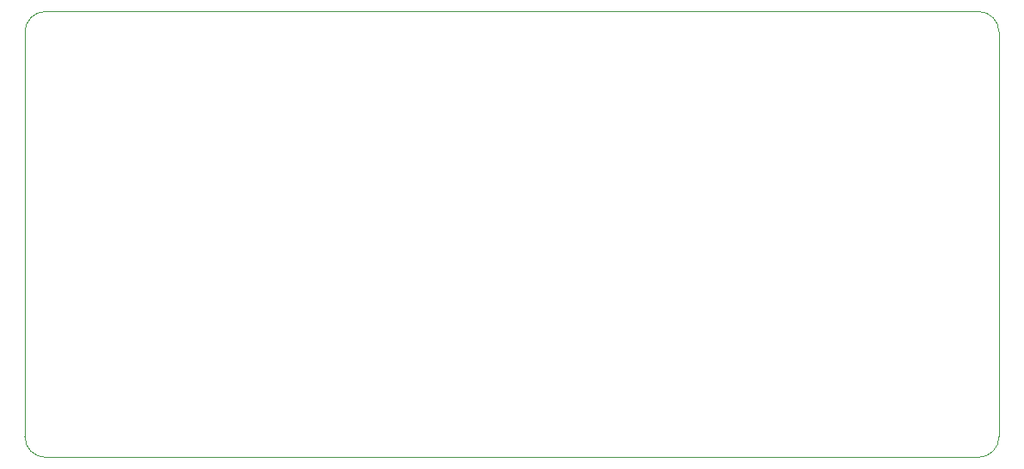
<source format=gbr>
%TF.GenerationSoftware,KiCad,Pcbnew,(6.0.5-0)*%
%TF.CreationDate,2022-06-30T10:43:35+01:00*%
%TF.ProjectId,revised_minh_design,72657669-7365-4645-9f6d-696e685f6465,rev?*%
%TF.SameCoordinates,Original*%
%TF.FileFunction,Profile,NP*%
%FSLAX46Y46*%
G04 Gerber Fmt 4.6, Leading zero omitted, Abs format (unit mm)*
G04 Created by KiCad (PCBNEW (6.0.5-0)) date 2022-06-30 10:43:35*
%MOMM*%
%LPD*%
G01*
G04 APERTURE LIST*
%TA.AperFunction,Profile*%
%ADD10C,0.100000*%
%TD*%
G04 APERTURE END LIST*
D10*
X50038000Y-80010000D02*
G75*
G03*
X52070000Y-82042000I2032000J0D01*
G01*
X146050000Y-80010000D02*
X146050000Y-40132000D01*
X144018000Y-38100000D02*
X52070000Y-38100000D01*
X50038000Y-40132000D02*
X50038000Y-80010000D01*
X52070000Y-82042000D02*
X144018000Y-82042000D01*
X144018000Y-82042000D02*
G75*
G03*
X146050000Y-80010000I0J2032000D01*
G01*
X146050000Y-40132000D02*
G75*
G03*
X144018000Y-38100000I-2032000J0D01*
G01*
X52070000Y-38100000D02*
G75*
G03*
X50038000Y-40132000I0J-2032000D01*
G01*
M02*

</source>
